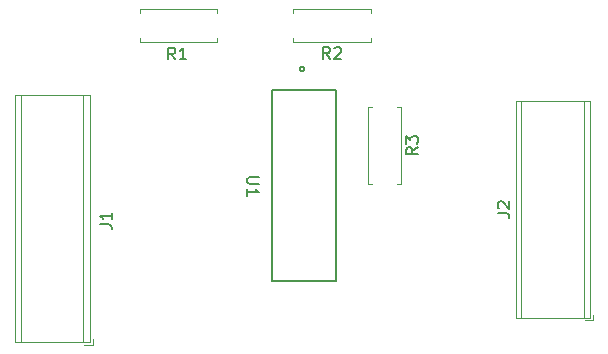
<source format=gbr>
%TF.GenerationSoftware,KiCad,Pcbnew,8.0.1*%
%TF.CreationDate,2024-06-15T21:44:37+02:00*%
%TF.ProjectId,Makita_Akku_MOSFET_Platine,4d616b69-7461-45f4-916b-6b755f4d4f53,rev?*%
%TF.SameCoordinates,Original*%
%TF.FileFunction,Legend,Top*%
%TF.FilePolarity,Positive*%
%FSLAX46Y46*%
G04 Gerber Fmt 4.6, Leading zero omitted, Abs format (unit mm)*
G04 Created by KiCad (PCBNEW 8.0.1) date 2024-06-15 21:44:37*
%MOMM*%
%LPD*%
G01*
G04 APERTURE LIST*
%ADD10C,0.150000*%
%ADD11C,0.120000*%
%ADD12C,0.152400*%
%ADD13R,2.200000X2.200000*%
%ADD14C,2.200000*%
%ADD15C,1.600000*%
%ADD16O,1.600000X1.600000*%
%ADD17C,2.032000*%
G04 APERTURE END LIST*
D10*
X68637319Y-40179583D02*
X69351604Y-40179583D01*
X69351604Y-40179583D02*
X69494461Y-40227202D01*
X69494461Y-40227202D02*
X69589700Y-40322440D01*
X69589700Y-40322440D02*
X69637319Y-40465297D01*
X69637319Y-40465297D02*
X69637319Y-40560535D01*
X68732557Y-39751011D02*
X68684938Y-39703392D01*
X68684938Y-39703392D02*
X68637319Y-39608154D01*
X68637319Y-39608154D02*
X68637319Y-39370059D01*
X68637319Y-39370059D02*
X68684938Y-39274821D01*
X68684938Y-39274821D02*
X68732557Y-39227202D01*
X68732557Y-39227202D02*
X68827795Y-39179583D01*
X68827795Y-39179583D02*
X68923033Y-39179583D01*
X68923033Y-39179583D02*
X69065890Y-39227202D01*
X69065890Y-39227202D02*
X69637319Y-39798630D01*
X69637319Y-39798630D02*
X69637319Y-39179583D01*
X54443333Y-27113569D02*
X54110000Y-26637378D01*
X53871905Y-27113569D02*
X53871905Y-26113569D01*
X53871905Y-26113569D02*
X54252857Y-26113569D01*
X54252857Y-26113569D02*
X54348095Y-26161188D01*
X54348095Y-26161188D02*
X54395714Y-26208807D01*
X54395714Y-26208807D02*
X54443333Y-26304045D01*
X54443333Y-26304045D02*
X54443333Y-26446902D01*
X54443333Y-26446902D02*
X54395714Y-26542140D01*
X54395714Y-26542140D02*
X54348095Y-26589759D01*
X54348095Y-26589759D02*
X54252857Y-26637378D01*
X54252857Y-26637378D02*
X53871905Y-26637378D01*
X54824286Y-26208807D02*
X54871905Y-26161188D01*
X54871905Y-26161188D02*
X54967143Y-26113569D01*
X54967143Y-26113569D02*
X55205238Y-26113569D01*
X55205238Y-26113569D02*
X55300476Y-26161188D01*
X55300476Y-26161188D02*
X55348095Y-26208807D01*
X55348095Y-26208807D02*
X55395714Y-26304045D01*
X55395714Y-26304045D02*
X55395714Y-26399283D01*
X55395714Y-26399283D02*
X55348095Y-26542140D01*
X55348095Y-26542140D02*
X54776667Y-27113569D01*
X54776667Y-27113569D02*
X55395714Y-27113569D01*
X41333333Y-27154819D02*
X41000000Y-26678628D01*
X40761905Y-27154819D02*
X40761905Y-26154819D01*
X40761905Y-26154819D02*
X41142857Y-26154819D01*
X41142857Y-26154819D02*
X41238095Y-26202438D01*
X41238095Y-26202438D02*
X41285714Y-26250057D01*
X41285714Y-26250057D02*
X41333333Y-26345295D01*
X41333333Y-26345295D02*
X41333333Y-26488152D01*
X41333333Y-26488152D02*
X41285714Y-26583390D01*
X41285714Y-26583390D02*
X41238095Y-26631009D01*
X41238095Y-26631009D02*
X41142857Y-26678628D01*
X41142857Y-26678628D02*
X40761905Y-26678628D01*
X42285714Y-27154819D02*
X41714286Y-27154819D01*
X42000000Y-27154819D02*
X42000000Y-26154819D01*
X42000000Y-26154819D02*
X41904762Y-26297676D01*
X41904762Y-26297676D02*
X41809524Y-26392914D01*
X41809524Y-26392914D02*
X41714286Y-26440533D01*
X34954819Y-41133333D02*
X35669104Y-41133333D01*
X35669104Y-41133333D02*
X35811961Y-41180952D01*
X35811961Y-41180952D02*
X35907200Y-41276190D01*
X35907200Y-41276190D02*
X35954819Y-41419047D01*
X35954819Y-41419047D02*
X35954819Y-41514285D01*
X35954819Y-40133333D02*
X35954819Y-40704761D01*
X35954819Y-40419047D02*
X34954819Y-40419047D01*
X34954819Y-40419047D02*
X35097676Y-40514285D01*
X35097676Y-40514285D02*
X35192914Y-40609523D01*
X35192914Y-40609523D02*
X35240533Y-40704761D01*
X48445180Y-37138095D02*
X47635657Y-37138095D01*
X47635657Y-37138095D02*
X47540419Y-37185714D01*
X47540419Y-37185714D02*
X47492800Y-37233333D01*
X47492800Y-37233333D02*
X47445180Y-37328571D01*
X47445180Y-37328571D02*
X47445180Y-37519047D01*
X47445180Y-37519047D02*
X47492800Y-37614285D01*
X47492800Y-37614285D02*
X47540419Y-37661904D01*
X47540419Y-37661904D02*
X47635657Y-37709523D01*
X47635657Y-37709523D02*
X48445180Y-37709523D01*
X47445180Y-38709523D02*
X47445180Y-38138095D01*
X47445180Y-38423809D02*
X48445180Y-38423809D01*
X48445180Y-38423809D02*
X48302323Y-38328571D01*
X48302323Y-38328571D02*
X48207085Y-38233333D01*
X48207085Y-38233333D02*
X48159466Y-38138095D01*
X61879819Y-34615416D02*
X61403628Y-34948749D01*
X61879819Y-35186844D02*
X60879819Y-35186844D01*
X60879819Y-35186844D02*
X60879819Y-34805892D01*
X60879819Y-34805892D02*
X60927438Y-34710654D01*
X60927438Y-34710654D02*
X60975057Y-34663035D01*
X60975057Y-34663035D02*
X61070295Y-34615416D01*
X61070295Y-34615416D02*
X61213152Y-34615416D01*
X61213152Y-34615416D02*
X61308390Y-34663035D01*
X61308390Y-34663035D02*
X61356009Y-34710654D01*
X61356009Y-34710654D02*
X61403628Y-34805892D01*
X61403628Y-34805892D02*
X61403628Y-35186844D01*
X60879819Y-34282082D02*
X60879819Y-33663035D01*
X60879819Y-33663035D02*
X61260771Y-33996368D01*
X61260771Y-33996368D02*
X61260771Y-33853511D01*
X61260771Y-33853511D02*
X61308390Y-33758273D01*
X61308390Y-33758273D02*
X61356009Y-33710654D01*
X61356009Y-33710654D02*
X61451247Y-33663035D01*
X61451247Y-33663035D02*
X61689342Y-33663035D01*
X61689342Y-33663035D02*
X61784580Y-33710654D01*
X61784580Y-33710654D02*
X61832200Y-33758273D01*
X61832200Y-33758273D02*
X61879819Y-33853511D01*
X61879819Y-33853511D02*
X61879819Y-34139225D01*
X61879819Y-34139225D02*
X61832200Y-34234463D01*
X61832200Y-34234463D02*
X61784580Y-34282082D01*
D11*
%TO.C,J2*%
X76002500Y-49266250D02*
X76742500Y-49266250D01*
X76742500Y-49266250D02*
X76742500Y-48766250D01*
X70182500Y-49026250D02*
X76502500Y-49026250D01*
X70182500Y-49026250D02*
X70182500Y-30665250D01*
X70642500Y-49026250D02*
X70642500Y-30665250D01*
X75942500Y-49026250D02*
X75942500Y-30665250D01*
X76502500Y-49026250D02*
X76502500Y-30665250D01*
X70182500Y-30665250D02*
X76502500Y-30665250D01*
%TO.C,R2*%
X51340000Y-22918750D02*
X51340000Y-23248750D01*
X51340000Y-25658750D02*
X51340000Y-25328750D01*
X57880000Y-22918750D02*
X51340000Y-22918750D01*
X57880000Y-23248750D02*
X57880000Y-22918750D01*
X57880000Y-25328750D02*
X57880000Y-25658750D01*
X57880000Y-25658750D02*
X51340000Y-25658750D01*
%TO.C,R1*%
X38322500Y-22918750D02*
X44862500Y-22918750D01*
X38322500Y-23248750D02*
X38322500Y-22918750D01*
X38322500Y-25328750D02*
X38322500Y-25658750D01*
X38322500Y-25658750D02*
X44862500Y-25658750D01*
X44862500Y-22918750D02*
X44862500Y-23248750D01*
X44862500Y-25658750D02*
X44862500Y-25328750D01*
%TO.C,J1*%
X27796250Y-30189000D02*
X34116250Y-30189000D01*
X27796250Y-51090000D02*
X27796250Y-30189000D01*
X27796250Y-51090000D02*
X34116250Y-51090000D01*
X28256250Y-51090000D02*
X28256250Y-30189000D01*
X33556250Y-51090000D02*
X33556250Y-30189000D01*
X33616250Y-51330000D02*
X34356250Y-51330000D01*
X34116250Y-51090000D02*
X34116250Y-30189000D01*
X34356250Y-51330000D02*
X34356250Y-50830000D01*
D12*
%TO.C,U1*%
X52273200Y-27969799D02*
G75*
G02*
X51866800Y-27969799I-203200J0D01*
G01*
X51866800Y-27969799D02*
G75*
G02*
X52273200Y-27969799I203200J0D01*
G01*
X54922200Y-45902199D02*
X49562800Y-45902199D01*
X54922200Y-29747799D02*
X54922200Y-45902199D01*
X49562800Y-45902199D02*
X49562800Y-29747799D01*
X49562800Y-29747799D02*
X54922200Y-29747799D01*
D11*
%TO.C,R3*%
X60425000Y-37718750D02*
X60095000Y-37718750D01*
X60425000Y-31178750D02*
X60425000Y-37718750D01*
X60095000Y-31178750D02*
X60425000Y-31178750D01*
X58015000Y-31178750D02*
X57685000Y-31178750D01*
X57685000Y-37718750D02*
X58015000Y-37718750D01*
X57685000Y-31178750D02*
X57685000Y-37718750D01*
%TD*%
%LPC*%
D13*
%TO.C,J2*%
X73342500Y-47466250D03*
D14*
X73342500Y-44926250D03*
X73342500Y-42386250D03*
X73342500Y-39846250D03*
X73342500Y-37306250D03*
X73342500Y-34766250D03*
X73342500Y-32226250D03*
%TD*%
D15*
%TO.C,R2*%
X58420000Y-24288750D03*
D16*
X50800000Y-24288750D03*
%TD*%
D15*
%TO.C,R1*%
X37782500Y-24288750D03*
D16*
X45402500Y-24288750D03*
%TD*%
D13*
%TO.C,J1*%
X30956250Y-49530000D03*
D14*
X30956250Y-46990000D03*
X30956250Y-44450000D03*
X30956250Y-41910000D03*
X30956250Y-39370000D03*
X30956250Y-36830000D03*
X30956250Y-34290000D03*
X30956250Y-31750000D03*
%TD*%
D17*
%TO.C,U1*%
X52070000Y-43264999D03*
X52070000Y-37824999D03*
X52070000Y-32385000D03*
%TD*%
D16*
%TO.C,R3*%
X59055000Y-38258750D03*
D15*
X59055000Y-30638750D03*
%TD*%
%LPD*%
M02*

</source>
